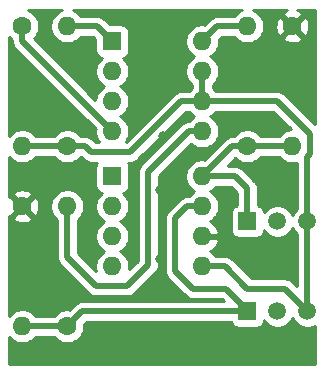
<source format=gbr>
%TF.GenerationSoftware,KiCad,Pcbnew,(5.1.6)-1*%
%TF.CreationDate,2021-12-03T10:29:43-08:00*%
%TF.ProjectId,Speeduino Dual Opto Board,53706565-6475-4696-9e6f-204475616c20,rev?*%
%TF.SameCoordinates,Original*%
%TF.FileFunction,Copper,L1,Top*%
%TF.FilePolarity,Positive*%
%FSLAX46Y46*%
G04 Gerber Fmt 4.6, Leading zero omitted, Abs format (unit mm)*
G04 Created by KiCad (PCBNEW (5.1.6)-1) date 2021-12-03 10:29:43*
%MOMM*%
%LPD*%
G01*
G04 APERTURE LIST*
%TA.AperFunction,ComponentPad*%
%ADD10O,1.600000X1.600000*%
%TD*%
%TA.AperFunction,ComponentPad*%
%ADD11R,1.600000X1.600000*%
%TD*%
%TA.AperFunction,ComponentPad*%
%ADD12C,1.600000*%
%TD*%
%TA.AperFunction,ComponentPad*%
%ADD13R,1.500000X1.500000*%
%TD*%
%TA.AperFunction,ComponentPad*%
%ADD14C,1.500000*%
%TD*%
%TA.AperFunction,ViaPad*%
%ADD15C,0.800000*%
%TD*%
%TA.AperFunction,Conductor*%
%ADD16C,0.508000*%
%TD*%
%TA.AperFunction,Conductor*%
%ADD17C,0.254000*%
%TD*%
G04 APERTURE END LIST*
D10*
%TO.P,U1,8*%
%TO.N,Net-(Q1-Pad2)*%
X162560000Y-68580000D03*
%TO.P,U1,4*%
%TO.N,Net-(R2-Pad1)*%
X154940000Y-76200000D03*
%TO.P,U1,7*%
%TO.N,+5V*%
X162560000Y-71120000D03*
%TO.P,U1,3*%
%TO.N,CMP*%
X154940000Y-73660000D03*
%TO.P,U1,6*%
%TO.N,+5V*%
X162560000Y-73660000D03*
%TO.P,U1,2*%
%TO.N,CKP*%
X154940000Y-71120000D03*
%TO.P,U1,5*%
%TO.N,Net-(Q2-Pad2)*%
X162560000Y-76200000D03*
D11*
%TO.P,U1,1*%
%TO.N,Net-(R1-Pad2)*%
X154940000Y-68580000D03*
%TD*%
D10*
%TO.P,R6,2*%
%TO.N,CMP-CPU*%
X147320000Y-92710000D03*
D12*
%TO.P,R6,1*%
%TO.N,GND*%
X147320000Y-82550000D03*
%TD*%
D10*
%TO.P,R5,2*%
%TO.N,CKP-CPU*%
X170180000Y-77470000D03*
D12*
%TO.P,R5,1*%
%TO.N,GND*%
X170180000Y-67310000D03*
%TD*%
D10*
%TO.P,R4,2*%
%TO.N,Net-(Q2-Pad2)*%
X151130000Y-82550000D03*
D12*
%TO.P,R4,1*%
%TO.N,CMP-CPU*%
X151130000Y-92710000D03*
%TD*%
D10*
%TO.P,R3,2*%
%TO.N,Net-(Q1-Pad2)*%
X166370000Y-67310000D03*
D12*
%TO.P,R3,1*%
%TO.N,CKP-CPU*%
X166370000Y-77470000D03*
%TD*%
D10*
%TO.P,R2,2*%
%TO.N,+5V*%
X147320000Y-77470000D03*
D12*
%TO.P,R2,1*%
%TO.N,Net-(R2-Pad1)*%
X147320000Y-67310000D03*
%TD*%
D10*
%TO.P,R1,2*%
%TO.N,Net-(R1-Pad2)*%
X151130000Y-67310000D03*
D12*
%TO.P,R1,1*%
%TO.N,+5V*%
X151130000Y-77470000D03*
%TD*%
D13*
%TO.P,Q2,1*%
%TO.N,CMP-CPU*%
X166370000Y-91440000D03*
D14*
%TO.P,Q2,3*%
%TO.N,+5V*%
X171450000Y-91440000D03*
%TO.P,Q2,2*%
%TO.N,Net-(Q2-Pad2)*%
X168910000Y-91440000D03*
%TD*%
D13*
%TO.P,Q1,1*%
%TO.N,CKP-CPU*%
X166370000Y-83820000D03*
D14*
%TO.P,Q1,3*%
%TO.N,+5V*%
X171450000Y-83820000D03*
%TO.P,Q1,2*%
%TO.N,Net-(Q1-Pad2)*%
X168910000Y-83820000D03*
%TD*%
D10*
%TO.P,J1,8*%
%TO.N,CKP-CPU*%
X162560000Y-80010000D03*
%TO.P,J1,4*%
%TO.N,CMP*%
X154940000Y-87630000D03*
%TO.P,J1,7*%
%TO.N,CMP-CPU*%
X162560000Y-82550000D03*
%TO.P,J1,3*%
%TO.N,Net-(J1-Pad3)*%
X154940000Y-85090000D03*
%TO.P,J1,6*%
%TO.N,GND*%
X162560000Y-85090000D03*
%TO.P,J1,2*%
%TO.N,Net-(J1-Pad2)*%
X154940000Y-82550000D03*
%TO.P,J1,5*%
%TO.N,+5V*%
X162560000Y-87630000D03*
D11*
%TO.P,J1,1*%
%TO.N,CKP*%
X154940000Y-80010000D03*
%TD*%
D15*
%TO.N,GND*%
X163068000Y-66548000D03*
X154432000Y-66548000D03*
X157226000Y-71374000D03*
X160274000Y-71374000D03*
X151130000Y-70104000D03*
X147320000Y-70358000D03*
X147320000Y-74676000D03*
X150876000Y-74676000D03*
X151130000Y-79756000D03*
X147574000Y-79756000D03*
X149352000Y-84582000D03*
X147066000Y-86868000D03*
X159258000Y-76581000D03*
X169672000Y-86360000D03*
X162814000Y-78105000D03*
X153035000Y-82550000D03*
X170561000Y-94742000D03*
X148844000Y-94869000D03*
X159512000Y-95123000D03*
X159004000Y-86995000D03*
X159004000Y-81153000D03*
X166370000Y-72136000D03*
X156464000Y-83820000D03*
X166878000Y-79248000D03*
X163830000Y-81280000D03*
X163830000Y-83693000D03*
X166878000Y-88392000D03*
X170307000Y-80137000D03*
%TD*%
D16*
%TO.N,CKP-CPU*%
X170180000Y-77470000D02*
X166370000Y-77470000D01*
X165100000Y-77470000D02*
X162560000Y-80010000D01*
X166370000Y-77470000D02*
X165100000Y-77470000D01*
X162560000Y-80010000D02*
X165354000Y-80010000D01*
X166370000Y-81026000D02*
X166370000Y-83820000D01*
X165354000Y-80010000D02*
X166370000Y-81026000D01*
%TO.N,CMP-CPU*%
X166116000Y-91186000D02*
X166370000Y-91440000D01*
X147320000Y-92710000D02*
X151130000Y-92710000D01*
X151130000Y-92710000D02*
X152400000Y-91440000D01*
X152400000Y-91440000D02*
X166370000Y-91440000D01*
X166370000Y-91440000D02*
X166370000Y-91313000D01*
X166370000Y-91313000D02*
X164592000Y-89535000D01*
X164592000Y-89535000D02*
X161798000Y-89535000D01*
X161798000Y-89535000D02*
X160274000Y-88011000D01*
X160274000Y-88011000D02*
X160274000Y-83566000D01*
X161290000Y-82550000D02*
X162560000Y-82550000D01*
X160274000Y-83566000D02*
X161290000Y-82550000D01*
%TO.N,+5V*%
X147320000Y-77470000D02*
X151130000Y-77470000D01*
X151130000Y-77470000D02*
X152654000Y-77470000D01*
X152654000Y-77470000D02*
X153162000Y-77978000D01*
X153162000Y-77978000D02*
X156464000Y-77978000D01*
X160782000Y-73660000D02*
X162560000Y-73660000D01*
X156464000Y-77978000D02*
X160782000Y-73660000D01*
X162560000Y-73660000D02*
X162560000Y-71120000D01*
X171450000Y-83820000D02*
X171450000Y-91440000D01*
X162560000Y-87630000D02*
X164465000Y-87630000D01*
X164465000Y-87630000D02*
X166370000Y-89535000D01*
X169545000Y-89535000D02*
X171450000Y-91440000D01*
X166370000Y-89535000D02*
X169545000Y-89535000D01*
X171704000Y-76454000D02*
X168910000Y-73660000D01*
X171704000Y-78105000D02*
X171704000Y-76454000D01*
X171450000Y-83820000D02*
X171450000Y-78359000D01*
X168910000Y-73660000D02*
X162560000Y-73660000D01*
X171450000Y-78359000D02*
X171704000Y-78105000D01*
%TO.N,Net-(Q1-Pad2)*%
X163830000Y-67310000D02*
X162560000Y-68580000D01*
X166370000Y-67310000D02*
X163830000Y-67310000D01*
%TO.N,Net-(Q2-Pad2)*%
X162428798Y-76331202D02*
X162560000Y-76200000D01*
X151130000Y-82550000D02*
X151130000Y-86868000D01*
X151130000Y-86868000D02*
X153543000Y-89281000D01*
X153543000Y-89281000D02*
X156210000Y-89281000D01*
X156210000Y-89281000D02*
X157988000Y-87503000D01*
X157988000Y-87503000D02*
X157988000Y-79629000D01*
X161417000Y-76200000D02*
X162560000Y-76200000D01*
X157988000Y-79629000D02*
X161417000Y-76200000D01*
%TO.N,Net-(R1-Pad2)*%
X153670000Y-67310000D02*
X154940000Y-68580000D01*
X151130000Y-67310000D02*
X153670000Y-67310000D01*
%TO.N,Net-(R2-Pad1)*%
X147320000Y-68580000D02*
X154940000Y-76200000D01*
X147320000Y-67310000D02*
X147320000Y-68580000D01*
%TD*%
D17*
%TO.N,GND*%
G36*
X170222629Y-92096043D02*
G01*
X170374201Y-92322886D01*
X170567114Y-92515799D01*
X170793957Y-92667371D01*
X171046011Y-92771775D01*
X171313589Y-92825000D01*
X171586411Y-92825000D01*
X171853989Y-92771775D01*
X172060001Y-92686442D01*
X172060001Y-94963572D01*
X172060000Y-94963582D01*
X172060001Y-95860000D01*
X146202000Y-95860000D01*
X146202000Y-93619726D01*
X146205363Y-93624759D01*
X146405241Y-93824637D01*
X146640273Y-93981680D01*
X146901426Y-94089853D01*
X147178665Y-94145000D01*
X147461335Y-94145000D01*
X147738574Y-94089853D01*
X147999727Y-93981680D01*
X148234759Y-93824637D01*
X148434637Y-93624759D01*
X148451849Y-93599000D01*
X149998151Y-93599000D01*
X150015363Y-93624759D01*
X150215241Y-93824637D01*
X150450273Y-93981680D01*
X150711426Y-94089853D01*
X150988665Y-94145000D01*
X151271335Y-94145000D01*
X151548574Y-94089853D01*
X151809727Y-93981680D01*
X152044759Y-93824637D01*
X152244637Y-93624759D01*
X152401680Y-93389727D01*
X152509853Y-93128574D01*
X152565000Y-92851335D01*
X152565000Y-92568665D01*
X152558956Y-92538280D01*
X152768236Y-92329000D01*
X164998592Y-92329000D01*
X165030498Y-92434180D01*
X165089463Y-92544494D01*
X165168815Y-92641185D01*
X165265506Y-92720537D01*
X165375820Y-92779502D01*
X165495518Y-92815812D01*
X165620000Y-92828072D01*
X167120000Y-92828072D01*
X167244482Y-92815812D01*
X167364180Y-92779502D01*
X167474494Y-92720537D01*
X167571185Y-92641185D01*
X167650537Y-92544494D01*
X167709502Y-92434180D01*
X167745812Y-92314482D01*
X167756445Y-92206517D01*
X167834201Y-92322886D01*
X168027114Y-92515799D01*
X168253957Y-92667371D01*
X168506011Y-92771775D01*
X168773589Y-92825000D01*
X169046411Y-92825000D01*
X169313989Y-92771775D01*
X169566043Y-92667371D01*
X169792886Y-92515799D01*
X169985799Y-92322886D01*
X170137371Y-92096043D01*
X170180000Y-91993127D01*
X170222629Y-92096043D01*
G37*
X170222629Y-92096043D02*
X170374201Y-92322886D01*
X170567114Y-92515799D01*
X170793957Y-92667371D01*
X171046011Y-92771775D01*
X171313589Y-92825000D01*
X171586411Y-92825000D01*
X171853989Y-92771775D01*
X172060001Y-92686442D01*
X172060001Y-94963572D01*
X172060000Y-94963582D01*
X172060001Y-95860000D01*
X146202000Y-95860000D01*
X146202000Y-93619726D01*
X146205363Y-93624759D01*
X146405241Y-93824637D01*
X146640273Y-93981680D01*
X146901426Y-94089853D01*
X147178665Y-94145000D01*
X147461335Y-94145000D01*
X147738574Y-94089853D01*
X147999727Y-93981680D01*
X148234759Y-93824637D01*
X148434637Y-93624759D01*
X148451849Y-93599000D01*
X149998151Y-93599000D01*
X150015363Y-93624759D01*
X150215241Y-93824637D01*
X150450273Y-93981680D01*
X150711426Y-94089853D01*
X150988665Y-94145000D01*
X151271335Y-94145000D01*
X151548574Y-94089853D01*
X151809727Y-93981680D01*
X152044759Y-93824637D01*
X152244637Y-93624759D01*
X152401680Y-93389727D01*
X152509853Y-93128574D01*
X152565000Y-92851335D01*
X152565000Y-92568665D01*
X152558956Y-92538280D01*
X152768236Y-92329000D01*
X164998592Y-92329000D01*
X165030498Y-92434180D01*
X165089463Y-92544494D01*
X165168815Y-92641185D01*
X165265506Y-92720537D01*
X165375820Y-92779502D01*
X165495518Y-92815812D01*
X165620000Y-92828072D01*
X167120000Y-92828072D01*
X167244482Y-92815812D01*
X167364180Y-92779502D01*
X167474494Y-92720537D01*
X167571185Y-92641185D01*
X167650537Y-92544494D01*
X167709502Y-92434180D01*
X167745812Y-92314482D01*
X167756445Y-92206517D01*
X167834201Y-92322886D01*
X168027114Y-92515799D01*
X168253957Y-92667371D01*
X168506011Y-92771775D01*
X168773589Y-92825000D01*
X169046411Y-92825000D01*
X169313989Y-92771775D01*
X169566043Y-92667371D01*
X169792886Y-92515799D01*
X169985799Y-92322886D01*
X170137371Y-92096043D01*
X170180000Y-91993127D01*
X170222629Y-92096043D01*
G36*
X170029573Y-76036809D02*
G01*
X169761426Y-76090147D01*
X169500273Y-76198320D01*
X169265241Y-76355363D01*
X169065363Y-76555241D01*
X169048151Y-76581000D01*
X167501849Y-76581000D01*
X167484637Y-76555241D01*
X167284759Y-76355363D01*
X167049727Y-76198320D01*
X166788574Y-76090147D01*
X166511335Y-76035000D01*
X166228665Y-76035000D01*
X165951426Y-76090147D01*
X165690273Y-76198320D01*
X165455241Y-76355363D01*
X165255363Y-76555241D01*
X165238151Y-76581000D01*
X165143659Y-76581000D01*
X165099999Y-76576700D01*
X165056339Y-76581000D01*
X165056333Y-76581000D01*
X164958924Y-76590594D01*
X164925724Y-76593864D01*
X164824058Y-76624704D01*
X164758149Y-76644697D01*
X164603709Y-76727247D01*
X164468341Y-76838341D01*
X164440506Y-76872258D01*
X162731721Y-78581044D01*
X162701335Y-78575000D01*
X162418665Y-78575000D01*
X162141426Y-78630147D01*
X161880273Y-78738320D01*
X161645241Y-78895363D01*
X161445363Y-79095241D01*
X161288320Y-79330273D01*
X161180147Y-79591426D01*
X161125000Y-79868665D01*
X161125000Y-80151335D01*
X161180147Y-80428574D01*
X161288320Y-80689727D01*
X161445363Y-80924759D01*
X161645241Y-81124637D01*
X161877759Y-81280000D01*
X161645241Y-81435363D01*
X161445363Y-81635241D01*
X161428151Y-81661000D01*
X161333660Y-81661000D01*
X161290000Y-81656700D01*
X161246340Y-81661000D01*
X161246333Y-81661000D01*
X161132325Y-81672229D01*
X161115725Y-81673864D01*
X161077383Y-81685495D01*
X160948149Y-81724697D01*
X160793709Y-81807247D01*
X160658341Y-81918341D01*
X160630505Y-81952259D01*
X159676259Y-82906506D01*
X159642342Y-82934341D01*
X159614507Y-82968258D01*
X159614505Y-82968260D01*
X159531248Y-83069709D01*
X159448698Y-83224148D01*
X159397864Y-83391726D01*
X159380700Y-83566000D01*
X159385001Y-83609670D01*
X159385000Y-87967340D01*
X159380700Y-88011000D01*
X159385000Y-88054660D01*
X159385000Y-88054666D01*
X159397864Y-88185273D01*
X159448697Y-88352850D01*
X159531247Y-88507290D01*
X159642341Y-88642659D01*
X159676264Y-88670499D01*
X161138504Y-90132740D01*
X161166341Y-90166659D01*
X161301709Y-90277753D01*
X161456149Y-90360303D01*
X161522058Y-90380296D01*
X161623724Y-90411136D01*
X161656924Y-90414406D01*
X161754333Y-90424000D01*
X161754339Y-90424000D01*
X161797999Y-90428300D01*
X161841659Y-90424000D01*
X164223765Y-90424000D01*
X164350765Y-90551000D01*
X152443659Y-90551000D01*
X152399999Y-90546700D01*
X152356339Y-90551000D01*
X152356333Y-90551000D01*
X152258924Y-90560594D01*
X152225724Y-90563864D01*
X152124058Y-90594704D01*
X152058149Y-90614697D01*
X151903709Y-90697247D01*
X151768341Y-90808341D01*
X151740506Y-90842259D01*
X151301720Y-91281044D01*
X151271335Y-91275000D01*
X150988665Y-91275000D01*
X150711426Y-91330147D01*
X150450273Y-91438320D01*
X150215241Y-91595363D01*
X150015363Y-91795241D01*
X149998151Y-91821000D01*
X148451849Y-91821000D01*
X148434637Y-91795241D01*
X148234759Y-91595363D01*
X147999727Y-91438320D01*
X147738574Y-91330147D01*
X147461335Y-91275000D01*
X147178665Y-91275000D01*
X146901426Y-91330147D01*
X146640273Y-91438320D01*
X146405241Y-91595363D01*
X146205363Y-91795241D01*
X146202000Y-91800274D01*
X146202000Y-83542702D01*
X146506903Y-83542702D01*
X146578486Y-83786671D01*
X146833996Y-83907571D01*
X147108184Y-83976300D01*
X147390512Y-83990217D01*
X147670130Y-83948787D01*
X147936292Y-83853603D01*
X148061514Y-83786671D01*
X148133097Y-83542702D01*
X147320000Y-82729605D01*
X146506903Y-83542702D01*
X146202000Y-83542702D01*
X146202000Y-83326333D01*
X146327298Y-83363097D01*
X147140395Y-82550000D01*
X147499605Y-82550000D01*
X148312702Y-83363097D01*
X148556671Y-83291514D01*
X148677571Y-83036004D01*
X148746300Y-82761816D01*
X148760217Y-82479488D01*
X148718787Y-82199870D01*
X148623603Y-81933708D01*
X148556671Y-81808486D01*
X148312702Y-81736903D01*
X147499605Y-82550000D01*
X147140395Y-82550000D01*
X146327298Y-81736903D01*
X146202000Y-81773667D01*
X146202000Y-81557298D01*
X146506903Y-81557298D01*
X147320000Y-82370395D01*
X148133097Y-81557298D01*
X148061514Y-81313329D01*
X147806004Y-81192429D01*
X147531816Y-81123700D01*
X147249488Y-81109783D01*
X146969870Y-81151213D01*
X146703708Y-81246397D01*
X146578486Y-81313329D01*
X146506903Y-81557298D01*
X146202000Y-81557298D01*
X146202000Y-78379726D01*
X146205363Y-78384759D01*
X146405241Y-78584637D01*
X146640273Y-78741680D01*
X146901426Y-78849853D01*
X147178665Y-78905000D01*
X147461335Y-78905000D01*
X147738574Y-78849853D01*
X147999727Y-78741680D01*
X148234759Y-78584637D01*
X148434637Y-78384759D01*
X148451849Y-78359000D01*
X149998151Y-78359000D01*
X150015363Y-78384759D01*
X150215241Y-78584637D01*
X150450273Y-78741680D01*
X150711426Y-78849853D01*
X150988665Y-78905000D01*
X151271335Y-78905000D01*
X151548574Y-78849853D01*
X151809727Y-78741680D01*
X152044759Y-78584637D01*
X152244637Y-78384759D01*
X152261849Y-78359000D01*
X152285765Y-78359000D01*
X152502501Y-78575736D01*
X152530341Y-78609659D01*
X152665709Y-78720753D01*
X152820149Y-78803303D01*
X152886058Y-78823296D01*
X152987724Y-78854136D01*
X153020924Y-78857406D01*
X153118333Y-78867000D01*
X153118339Y-78867000D01*
X153161999Y-78871300D01*
X153205659Y-78867000D01*
X153603319Y-78867000D01*
X153550498Y-78965820D01*
X153514188Y-79085518D01*
X153501928Y-79210000D01*
X153501928Y-80810000D01*
X153514188Y-80934482D01*
X153550498Y-81054180D01*
X153609463Y-81164494D01*
X153688815Y-81261185D01*
X153785506Y-81340537D01*
X153895820Y-81399502D01*
X154015518Y-81435812D01*
X154023961Y-81436643D01*
X153825363Y-81635241D01*
X153668320Y-81870273D01*
X153560147Y-82131426D01*
X153505000Y-82408665D01*
X153505000Y-82691335D01*
X153560147Y-82968574D01*
X153668320Y-83229727D01*
X153825363Y-83464759D01*
X154025241Y-83664637D01*
X154257759Y-83820000D01*
X154025241Y-83975363D01*
X153825363Y-84175241D01*
X153668320Y-84410273D01*
X153560147Y-84671426D01*
X153505000Y-84948665D01*
X153505000Y-85231335D01*
X153560147Y-85508574D01*
X153668320Y-85769727D01*
X153825363Y-86004759D01*
X154025241Y-86204637D01*
X154257759Y-86360000D01*
X154025241Y-86515363D01*
X153825363Y-86715241D01*
X153668320Y-86950273D01*
X153560147Y-87211426D01*
X153505000Y-87488665D01*
X153505000Y-87771335D01*
X153558244Y-88039009D01*
X152019000Y-86499765D01*
X152019000Y-83681849D01*
X152044759Y-83664637D01*
X152244637Y-83464759D01*
X152401680Y-83229727D01*
X152509853Y-82968574D01*
X152565000Y-82691335D01*
X152565000Y-82408665D01*
X152509853Y-82131426D01*
X152401680Y-81870273D01*
X152244637Y-81635241D01*
X152044759Y-81435363D01*
X151809727Y-81278320D01*
X151548574Y-81170147D01*
X151271335Y-81115000D01*
X150988665Y-81115000D01*
X150711426Y-81170147D01*
X150450273Y-81278320D01*
X150215241Y-81435363D01*
X150015363Y-81635241D01*
X149858320Y-81870273D01*
X149750147Y-82131426D01*
X149695000Y-82408665D01*
X149695000Y-82691335D01*
X149750147Y-82968574D01*
X149858320Y-83229727D01*
X150015363Y-83464759D01*
X150215241Y-83664637D01*
X150241000Y-83681849D01*
X150241001Y-86824330D01*
X150236700Y-86868000D01*
X150253864Y-87042274D01*
X150304698Y-87209852D01*
X150380414Y-87351505D01*
X150387248Y-87364291D01*
X150498342Y-87499659D01*
X150532259Y-87527494D01*
X152883501Y-89878736D01*
X152911341Y-89912659D01*
X153046709Y-90023753D01*
X153201149Y-90106303D01*
X153267058Y-90126296D01*
X153368724Y-90157136D01*
X153401924Y-90160406D01*
X153499333Y-90170000D01*
X153499339Y-90170000D01*
X153542999Y-90174300D01*
X153586659Y-90170000D01*
X156166340Y-90170000D01*
X156210000Y-90174300D01*
X156253660Y-90170000D01*
X156253667Y-90170000D01*
X156384274Y-90157136D01*
X156551851Y-90106303D01*
X156706291Y-90023753D01*
X156841659Y-89912659D01*
X156869499Y-89878736D01*
X158585743Y-88162493D01*
X158619659Y-88134659D01*
X158730753Y-87999291D01*
X158813303Y-87844851D01*
X158864136Y-87677274D01*
X158877000Y-87546667D01*
X158877000Y-87546660D01*
X158881300Y-87503000D01*
X158877000Y-87459340D01*
X158877000Y-79997235D01*
X161602420Y-77271816D01*
X161645241Y-77314637D01*
X161880273Y-77471680D01*
X162141426Y-77579853D01*
X162418665Y-77635000D01*
X162701335Y-77635000D01*
X162978574Y-77579853D01*
X163239727Y-77471680D01*
X163474759Y-77314637D01*
X163674637Y-77114759D01*
X163831680Y-76879727D01*
X163939853Y-76618574D01*
X163995000Y-76341335D01*
X163995000Y-76058665D01*
X163939853Y-75781426D01*
X163831680Y-75520273D01*
X163674637Y-75285241D01*
X163474759Y-75085363D01*
X163242241Y-74930000D01*
X163474759Y-74774637D01*
X163674637Y-74574759D01*
X163691849Y-74549000D01*
X168541765Y-74549000D01*
X170029573Y-76036809D01*
G37*
X170029573Y-76036809D02*
X169761426Y-76090147D01*
X169500273Y-76198320D01*
X169265241Y-76355363D01*
X169065363Y-76555241D01*
X169048151Y-76581000D01*
X167501849Y-76581000D01*
X167484637Y-76555241D01*
X167284759Y-76355363D01*
X167049727Y-76198320D01*
X166788574Y-76090147D01*
X166511335Y-76035000D01*
X166228665Y-76035000D01*
X165951426Y-76090147D01*
X165690273Y-76198320D01*
X165455241Y-76355363D01*
X165255363Y-76555241D01*
X165238151Y-76581000D01*
X165143659Y-76581000D01*
X165099999Y-76576700D01*
X165056339Y-76581000D01*
X165056333Y-76581000D01*
X164958924Y-76590594D01*
X164925724Y-76593864D01*
X164824058Y-76624704D01*
X164758149Y-76644697D01*
X164603709Y-76727247D01*
X164468341Y-76838341D01*
X164440506Y-76872258D01*
X162731721Y-78581044D01*
X162701335Y-78575000D01*
X162418665Y-78575000D01*
X162141426Y-78630147D01*
X161880273Y-78738320D01*
X161645241Y-78895363D01*
X161445363Y-79095241D01*
X161288320Y-79330273D01*
X161180147Y-79591426D01*
X161125000Y-79868665D01*
X161125000Y-80151335D01*
X161180147Y-80428574D01*
X161288320Y-80689727D01*
X161445363Y-80924759D01*
X161645241Y-81124637D01*
X161877759Y-81280000D01*
X161645241Y-81435363D01*
X161445363Y-81635241D01*
X161428151Y-81661000D01*
X161333660Y-81661000D01*
X161290000Y-81656700D01*
X161246340Y-81661000D01*
X161246333Y-81661000D01*
X161132325Y-81672229D01*
X161115725Y-81673864D01*
X161077383Y-81685495D01*
X160948149Y-81724697D01*
X160793709Y-81807247D01*
X160658341Y-81918341D01*
X160630505Y-81952259D01*
X159676259Y-82906506D01*
X159642342Y-82934341D01*
X159614507Y-82968258D01*
X159614505Y-82968260D01*
X159531248Y-83069709D01*
X159448698Y-83224148D01*
X159397864Y-83391726D01*
X159380700Y-83566000D01*
X159385001Y-83609670D01*
X159385000Y-87967340D01*
X159380700Y-88011000D01*
X159385000Y-88054660D01*
X159385000Y-88054666D01*
X159397864Y-88185273D01*
X159448697Y-88352850D01*
X159531247Y-88507290D01*
X159642341Y-88642659D01*
X159676264Y-88670499D01*
X161138504Y-90132740D01*
X161166341Y-90166659D01*
X161301709Y-90277753D01*
X161456149Y-90360303D01*
X161522058Y-90380296D01*
X161623724Y-90411136D01*
X161656924Y-90414406D01*
X161754333Y-90424000D01*
X161754339Y-90424000D01*
X161797999Y-90428300D01*
X161841659Y-90424000D01*
X164223765Y-90424000D01*
X164350765Y-90551000D01*
X152443659Y-90551000D01*
X152399999Y-90546700D01*
X152356339Y-90551000D01*
X152356333Y-90551000D01*
X152258924Y-90560594D01*
X152225724Y-90563864D01*
X152124058Y-90594704D01*
X152058149Y-90614697D01*
X151903709Y-90697247D01*
X151768341Y-90808341D01*
X151740506Y-90842259D01*
X151301720Y-91281044D01*
X151271335Y-91275000D01*
X150988665Y-91275000D01*
X150711426Y-91330147D01*
X150450273Y-91438320D01*
X150215241Y-91595363D01*
X150015363Y-91795241D01*
X149998151Y-91821000D01*
X148451849Y-91821000D01*
X148434637Y-91795241D01*
X148234759Y-91595363D01*
X147999727Y-91438320D01*
X147738574Y-91330147D01*
X147461335Y-91275000D01*
X147178665Y-91275000D01*
X146901426Y-91330147D01*
X146640273Y-91438320D01*
X146405241Y-91595363D01*
X146205363Y-91795241D01*
X146202000Y-91800274D01*
X146202000Y-83542702D01*
X146506903Y-83542702D01*
X146578486Y-83786671D01*
X146833996Y-83907571D01*
X147108184Y-83976300D01*
X147390512Y-83990217D01*
X147670130Y-83948787D01*
X147936292Y-83853603D01*
X148061514Y-83786671D01*
X148133097Y-83542702D01*
X147320000Y-82729605D01*
X146506903Y-83542702D01*
X146202000Y-83542702D01*
X146202000Y-83326333D01*
X146327298Y-83363097D01*
X147140395Y-82550000D01*
X147499605Y-82550000D01*
X148312702Y-83363097D01*
X148556671Y-83291514D01*
X148677571Y-83036004D01*
X148746300Y-82761816D01*
X148760217Y-82479488D01*
X148718787Y-82199870D01*
X148623603Y-81933708D01*
X148556671Y-81808486D01*
X148312702Y-81736903D01*
X147499605Y-82550000D01*
X147140395Y-82550000D01*
X146327298Y-81736903D01*
X146202000Y-81773667D01*
X146202000Y-81557298D01*
X146506903Y-81557298D01*
X147320000Y-82370395D01*
X148133097Y-81557298D01*
X148061514Y-81313329D01*
X147806004Y-81192429D01*
X147531816Y-81123700D01*
X147249488Y-81109783D01*
X146969870Y-81151213D01*
X146703708Y-81246397D01*
X146578486Y-81313329D01*
X146506903Y-81557298D01*
X146202000Y-81557298D01*
X146202000Y-78379726D01*
X146205363Y-78384759D01*
X146405241Y-78584637D01*
X146640273Y-78741680D01*
X146901426Y-78849853D01*
X147178665Y-78905000D01*
X147461335Y-78905000D01*
X147738574Y-78849853D01*
X147999727Y-78741680D01*
X148234759Y-78584637D01*
X148434637Y-78384759D01*
X148451849Y-78359000D01*
X149998151Y-78359000D01*
X150015363Y-78384759D01*
X150215241Y-78584637D01*
X150450273Y-78741680D01*
X150711426Y-78849853D01*
X150988665Y-78905000D01*
X151271335Y-78905000D01*
X151548574Y-78849853D01*
X151809727Y-78741680D01*
X152044759Y-78584637D01*
X152244637Y-78384759D01*
X152261849Y-78359000D01*
X152285765Y-78359000D01*
X152502501Y-78575736D01*
X152530341Y-78609659D01*
X152665709Y-78720753D01*
X152820149Y-78803303D01*
X152886058Y-78823296D01*
X152987724Y-78854136D01*
X153020924Y-78857406D01*
X153118333Y-78867000D01*
X153118339Y-78867000D01*
X153161999Y-78871300D01*
X153205659Y-78867000D01*
X153603319Y-78867000D01*
X153550498Y-78965820D01*
X153514188Y-79085518D01*
X153501928Y-79210000D01*
X153501928Y-80810000D01*
X153514188Y-80934482D01*
X153550498Y-81054180D01*
X153609463Y-81164494D01*
X153688815Y-81261185D01*
X153785506Y-81340537D01*
X153895820Y-81399502D01*
X154015518Y-81435812D01*
X154023961Y-81436643D01*
X153825363Y-81635241D01*
X153668320Y-81870273D01*
X153560147Y-82131426D01*
X153505000Y-82408665D01*
X153505000Y-82691335D01*
X153560147Y-82968574D01*
X153668320Y-83229727D01*
X153825363Y-83464759D01*
X154025241Y-83664637D01*
X154257759Y-83820000D01*
X154025241Y-83975363D01*
X153825363Y-84175241D01*
X153668320Y-84410273D01*
X153560147Y-84671426D01*
X153505000Y-84948665D01*
X153505000Y-85231335D01*
X153560147Y-85508574D01*
X153668320Y-85769727D01*
X153825363Y-86004759D01*
X154025241Y-86204637D01*
X154257759Y-86360000D01*
X154025241Y-86515363D01*
X153825363Y-86715241D01*
X153668320Y-86950273D01*
X153560147Y-87211426D01*
X153505000Y-87488665D01*
X153505000Y-87771335D01*
X153558244Y-88039009D01*
X152019000Y-86499765D01*
X152019000Y-83681849D01*
X152044759Y-83664637D01*
X152244637Y-83464759D01*
X152401680Y-83229727D01*
X152509853Y-82968574D01*
X152565000Y-82691335D01*
X152565000Y-82408665D01*
X152509853Y-82131426D01*
X152401680Y-81870273D01*
X152244637Y-81635241D01*
X152044759Y-81435363D01*
X151809727Y-81278320D01*
X151548574Y-81170147D01*
X151271335Y-81115000D01*
X150988665Y-81115000D01*
X150711426Y-81170147D01*
X150450273Y-81278320D01*
X150215241Y-81435363D01*
X150015363Y-81635241D01*
X149858320Y-81870273D01*
X149750147Y-82131426D01*
X149695000Y-82408665D01*
X149695000Y-82691335D01*
X149750147Y-82968574D01*
X149858320Y-83229727D01*
X150015363Y-83464759D01*
X150215241Y-83664637D01*
X150241000Y-83681849D01*
X150241001Y-86824330D01*
X150236700Y-86868000D01*
X150253864Y-87042274D01*
X150304698Y-87209852D01*
X150380414Y-87351505D01*
X150387248Y-87364291D01*
X150498342Y-87499659D01*
X150532259Y-87527494D01*
X152883501Y-89878736D01*
X152911341Y-89912659D01*
X153046709Y-90023753D01*
X153201149Y-90106303D01*
X153267058Y-90126296D01*
X153368724Y-90157136D01*
X153401924Y-90160406D01*
X153499333Y-90170000D01*
X153499339Y-90170000D01*
X153542999Y-90174300D01*
X153586659Y-90170000D01*
X156166340Y-90170000D01*
X156210000Y-90174300D01*
X156253660Y-90170000D01*
X156253667Y-90170000D01*
X156384274Y-90157136D01*
X156551851Y-90106303D01*
X156706291Y-90023753D01*
X156841659Y-89912659D01*
X156869499Y-89878736D01*
X158585743Y-88162493D01*
X158619659Y-88134659D01*
X158730753Y-87999291D01*
X158813303Y-87844851D01*
X158864136Y-87677274D01*
X158877000Y-87546667D01*
X158877000Y-87546660D01*
X158881300Y-87503000D01*
X158877000Y-87459340D01*
X158877000Y-79997235D01*
X161602420Y-77271816D01*
X161645241Y-77314637D01*
X161880273Y-77471680D01*
X162141426Y-77579853D01*
X162418665Y-77635000D01*
X162701335Y-77635000D01*
X162978574Y-77579853D01*
X163239727Y-77471680D01*
X163474759Y-77314637D01*
X163674637Y-77114759D01*
X163831680Y-76879727D01*
X163939853Y-76618574D01*
X163995000Y-76341335D01*
X163995000Y-76058665D01*
X163939853Y-75781426D01*
X163831680Y-75520273D01*
X163674637Y-75285241D01*
X163474759Y-75085363D01*
X163242241Y-74930000D01*
X163474759Y-74774637D01*
X163674637Y-74574759D01*
X163691849Y-74549000D01*
X168541765Y-74549000D01*
X170029573Y-76036809D01*
G36*
X165481000Y-81394236D02*
G01*
X165481001Y-82448592D01*
X165375820Y-82480498D01*
X165265506Y-82539463D01*
X165168815Y-82618815D01*
X165089463Y-82715506D01*
X165030498Y-82825820D01*
X164994188Y-82945518D01*
X164981928Y-83070000D01*
X164981928Y-84570000D01*
X164994188Y-84694482D01*
X165030498Y-84814180D01*
X165089463Y-84924494D01*
X165168815Y-85021185D01*
X165265506Y-85100537D01*
X165375820Y-85159502D01*
X165495518Y-85195812D01*
X165620000Y-85208072D01*
X167120000Y-85208072D01*
X167244482Y-85195812D01*
X167364180Y-85159502D01*
X167474494Y-85100537D01*
X167571185Y-85021185D01*
X167650537Y-84924494D01*
X167709502Y-84814180D01*
X167745812Y-84694482D01*
X167756445Y-84586517D01*
X167834201Y-84702886D01*
X168027114Y-84895799D01*
X168253957Y-85047371D01*
X168506011Y-85151775D01*
X168773589Y-85205000D01*
X169046411Y-85205000D01*
X169313989Y-85151775D01*
X169566043Y-85047371D01*
X169792886Y-84895799D01*
X169985799Y-84702886D01*
X170137371Y-84476043D01*
X170180000Y-84373127D01*
X170222629Y-84476043D01*
X170374201Y-84702886D01*
X170561000Y-84889685D01*
X170561001Y-89293766D01*
X170204499Y-88937264D01*
X170176659Y-88903341D01*
X170041291Y-88792247D01*
X169886851Y-88709697D01*
X169719274Y-88658864D01*
X169588667Y-88646000D01*
X169588660Y-88646000D01*
X169545000Y-88641700D01*
X169501340Y-88646000D01*
X166738236Y-88646000D01*
X165124499Y-87032264D01*
X165096659Y-86998341D01*
X164961291Y-86887247D01*
X164806851Y-86804697D01*
X164639274Y-86753864D01*
X164508667Y-86741000D01*
X164508660Y-86741000D01*
X164465000Y-86736700D01*
X164421340Y-86741000D01*
X163691849Y-86741000D01*
X163674637Y-86715241D01*
X163474759Y-86515363D01*
X163239727Y-86358320D01*
X163229135Y-86353933D01*
X163415131Y-86242385D01*
X163623519Y-86053414D01*
X163791037Y-85827420D01*
X163911246Y-85573087D01*
X163951904Y-85439039D01*
X163829915Y-85217000D01*
X162687000Y-85217000D01*
X162687000Y-85237000D01*
X162433000Y-85237000D01*
X162433000Y-85217000D01*
X162413000Y-85217000D01*
X162413000Y-84963000D01*
X162433000Y-84963000D01*
X162433000Y-84943000D01*
X162687000Y-84943000D01*
X162687000Y-84963000D01*
X163829915Y-84963000D01*
X163951904Y-84740961D01*
X163911246Y-84606913D01*
X163791037Y-84352580D01*
X163623519Y-84126586D01*
X163415131Y-83937615D01*
X163229135Y-83826067D01*
X163239727Y-83821680D01*
X163474759Y-83664637D01*
X163674637Y-83464759D01*
X163831680Y-83229727D01*
X163939853Y-82968574D01*
X163995000Y-82691335D01*
X163995000Y-82408665D01*
X163939853Y-82131426D01*
X163831680Y-81870273D01*
X163674637Y-81635241D01*
X163474759Y-81435363D01*
X163242241Y-81280000D01*
X163474759Y-81124637D01*
X163674637Y-80924759D01*
X163691849Y-80899000D01*
X164985765Y-80899000D01*
X165481000Y-81394236D01*
G37*
X165481000Y-81394236D02*
X165481001Y-82448592D01*
X165375820Y-82480498D01*
X165265506Y-82539463D01*
X165168815Y-82618815D01*
X165089463Y-82715506D01*
X165030498Y-82825820D01*
X164994188Y-82945518D01*
X164981928Y-83070000D01*
X164981928Y-84570000D01*
X164994188Y-84694482D01*
X165030498Y-84814180D01*
X165089463Y-84924494D01*
X165168815Y-85021185D01*
X165265506Y-85100537D01*
X165375820Y-85159502D01*
X165495518Y-85195812D01*
X165620000Y-85208072D01*
X167120000Y-85208072D01*
X167244482Y-85195812D01*
X167364180Y-85159502D01*
X167474494Y-85100537D01*
X167571185Y-85021185D01*
X167650537Y-84924494D01*
X167709502Y-84814180D01*
X167745812Y-84694482D01*
X167756445Y-84586517D01*
X167834201Y-84702886D01*
X168027114Y-84895799D01*
X168253957Y-85047371D01*
X168506011Y-85151775D01*
X168773589Y-85205000D01*
X169046411Y-85205000D01*
X169313989Y-85151775D01*
X169566043Y-85047371D01*
X169792886Y-84895799D01*
X169985799Y-84702886D01*
X170137371Y-84476043D01*
X170180000Y-84373127D01*
X170222629Y-84476043D01*
X170374201Y-84702886D01*
X170561000Y-84889685D01*
X170561001Y-89293766D01*
X170204499Y-88937264D01*
X170176659Y-88903341D01*
X170041291Y-88792247D01*
X169886851Y-88709697D01*
X169719274Y-88658864D01*
X169588667Y-88646000D01*
X169588660Y-88646000D01*
X169545000Y-88641700D01*
X169501340Y-88646000D01*
X166738236Y-88646000D01*
X165124499Y-87032264D01*
X165096659Y-86998341D01*
X164961291Y-86887247D01*
X164806851Y-86804697D01*
X164639274Y-86753864D01*
X164508667Y-86741000D01*
X164508660Y-86741000D01*
X164465000Y-86736700D01*
X164421340Y-86741000D01*
X163691849Y-86741000D01*
X163674637Y-86715241D01*
X163474759Y-86515363D01*
X163239727Y-86358320D01*
X163229135Y-86353933D01*
X163415131Y-86242385D01*
X163623519Y-86053414D01*
X163791037Y-85827420D01*
X163911246Y-85573087D01*
X163951904Y-85439039D01*
X163829915Y-85217000D01*
X162687000Y-85217000D01*
X162687000Y-85237000D01*
X162433000Y-85237000D01*
X162433000Y-85217000D01*
X162413000Y-85217000D01*
X162413000Y-84963000D01*
X162433000Y-84963000D01*
X162433000Y-84943000D01*
X162687000Y-84943000D01*
X162687000Y-84963000D01*
X163829915Y-84963000D01*
X163951904Y-84740961D01*
X163911246Y-84606913D01*
X163791037Y-84352580D01*
X163623519Y-84126586D01*
X163415131Y-83937615D01*
X163229135Y-83826067D01*
X163239727Y-83821680D01*
X163474759Y-83664637D01*
X163674637Y-83464759D01*
X163831680Y-83229727D01*
X163939853Y-82968574D01*
X163995000Y-82691335D01*
X163995000Y-82408665D01*
X163939853Y-82131426D01*
X163831680Y-81870273D01*
X163674637Y-81635241D01*
X163474759Y-81435363D01*
X163242241Y-81280000D01*
X163474759Y-81124637D01*
X163674637Y-80924759D01*
X163691849Y-80899000D01*
X164985765Y-80899000D01*
X165481000Y-81394236D01*
G36*
X161445363Y-74574759D02*
G01*
X161645241Y-74774637D01*
X161877759Y-74930000D01*
X161645241Y-75085363D01*
X161445363Y-75285241D01*
X161430159Y-75307996D01*
X161416999Y-75306700D01*
X161373339Y-75311000D01*
X161373333Y-75311000D01*
X161275924Y-75320594D01*
X161242724Y-75323864D01*
X161141058Y-75354704D01*
X161075149Y-75374697D01*
X160920709Y-75457247D01*
X160785341Y-75568341D01*
X160757501Y-75602264D01*
X157390259Y-78969506D01*
X157356342Y-78997341D01*
X157328507Y-79031258D01*
X157328505Y-79031260D01*
X157245248Y-79132709D01*
X157162698Y-79287148D01*
X157111864Y-79454726D01*
X157094700Y-79629000D01*
X157099001Y-79672670D01*
X157099000Y-87134764D01*
X156353291Y-87880474D01*
X156375000Y-87771335D01*
X156375000Y-87488665D01*
X156319853Y-87211426D01*
X156211680Y-86950273D01*
X156054637Y-86715241D01*
X155854759Y-86515363D01*
X155622241Y-86360000D01*
X155854759Y-86204637D01*
X156054637Y-86004759D01*
X156211680Y-85769727D01*
X156319853Y-85508574D01*
X156375000Y-85231335D01*
X156375000Y-84948665D01*
X156319853Y-84671426D01*
X156211680Y-84410273D01*
X156054637Y-84175241D01*
X155854759Y-83975363D01*
X155622241Y-83820000D01*
X155854759Y-83664637D01*
X156054637Y-83464759D01*
X156211680Y-83229727D01*
X156319853Y-82968574D01*
X156375000Y-82691335D01*
X156375000Y-82408665D01*
X156319853Y-82131426D01*
X156211680Y-81870273D01*
X156054637Y-81635241D01*
X155856039Y-81436643D01*
X155864482Y-81435812D01*
X155984180Y-81399502D01*
X156094494Y-81340537D01*
X156191185Y-81261185D01*
X156270537Y-81164494D01*
X156329502Y-81054180D01*
X156365812Y-80934482D01*
X156378072Y-80810000D01*
X156378072Y-79210000D01*
X156365812Y-79085518D01*
X156329502Y-78965820D01*
X156276681Y-78867000D01*
X156420340Y-78867000D01*
X156464000Y-78871300D01*
X156507660Y-78867000D01*
X156507667Y-78867000D01*
X156638274Y-78854136D01*
X156805851Y-78803303D01*
X156960291Y-78720753D01*
X157095659Y-78609659D01*
X157123499Y-78575736D01*
X161150236Y-74549000D01*
X161428151Y-74549000D01*
X161445363Y-74574759D01*
G37*
X161445363Y-74574759D02*
X161645241Y-74774637D01*
X161877759Y-74930000D01*
X161645241Y-75085363D01*
X161445363Y-75285241D01*
X161430159Y-75307996D01*
X161416999Y-75306700D01*
X161373339Y-75311000D01*
X161373333Y-75311000D01*
X161275924Y-75320594D01*
X161242724Y-75323864D01*
X161141058Y-75354704D01*
X161075149Y-75374697D01*
X160920709Y-75457247D01*
X160785341Y-75568341D01*
X160757501Y-75602264D01*
X157390259Y-78969506D01*
X157356342Y-78997341D01*
X157328507Y-79031258D01*
X157328505Y-79031260D01*
X157245248Y-79132709D01*
X157162698Y-79287148D01*
X157111864Y-79454726D01*
X157094700Y-79629000D01*
X157099001Y-79672670D01*
X157099000Y-87134764D01*
X156353291Y-87880474D01*
X156375000Y-87771335D01*
X156375000Y-87488665D01*
X156319853Y-87211426D01*
X156211680Y-86950273D01*
X156054637Y-86715241D01*
X155854759Y-86515363D01*
X155622241Y-86360000D01*
X155854759Y-86204637D01*
X156054637Y-86004759D01*
X156211680Y-85769727D01*
X156319853Y-85508574D01*
X156375000Y-85231335D01*
X156375000Y-84948665D01*
X156319853Y-84671426D01*
X156211680Y-84410273D01*
X156054637Y-84175241D01*
X155854759Y-83975363D01*
X155622241Y-83820000D01*
X155854759Y-83664637D01*
X156054637Y-83464759D01*
X156211680Y-83229727D01*
X156319853Y-82968574D01*
X156375000Y-82691335D01*
X156375000Y-82408665D01*
X156319853Y-82131426D01*
X156211680Y-81870273D01*
X156054637Y-81635241D01*
X155856039Y-81436643D01*
X155864482Y-81435812D01*
X155984180Y-81399502D01*
X156094494Y-81340537D01*
X156191185Y-81261185D01*
X156270537Y-81164494D01*
X156329502Y-81054180D01*
X156365812Y-80934482D01*
X156378072Y-80810000D01*
X156378072Y-79210000D01*
X156365812Y-79085518D01*
X156329502Y-78965820D01*
X156276681Y-78867000D01*
X156420340Y-78867000D01*
X156464000Y-78871300D01*
X156507660Y-78867000D01*
X156507667Y-78867000D01*
X156638274Y-78854136D01*
X156805851Y-78803303D01*
X156960291Y-78720753D01*
X157095659Y-78609659D01*
X157123499Y-78575736D01*
X161150236Y-74549000D01*
X161428151Y-74549000D01*
X161445363Y-74574759D01*
G36*
X169065363Y-78384759D02*
G01*
X169265241Y-78584637D01*
X169500273Y-78741680D01*
X169761426Y-78849853D01*
X170038665Y-78905000D01*
X170321335Y-78905000D01*
X170561001Y-78857327D01*
X170561000Y-82750315D01*
X170374201Y-82937114D01*
X170222629Y-83163957D01*
X170180000Y-83266873D01*
X170137371Y-83163957D01*
X169985799Y-82937114D01*
X169792886Y-82744201D01*
X169566043Y-82592629D01*
X169313989Y-82488225D01*
X169046411Y-82435000D01*
X168773589Y-82435000D01*
X168506011Y-82488225D01*
X168253957Y-82592629D01*
X168027114Y-82744201D01*
X167834201Y-82937114D01*
X167756445Y-83053483D01*
X167745812Y-82945518D01*
X167709502Y-82825820D01*
X167650537Y-82715506D01*
X167571185Y-82618815D01*
X167474494Y-82539463D01*
X167364180Y-82480498D01*
X167259000Y-82448592D01*
X167259000Y-81069660D01*
X167263300Y-81026000D01*
X167259000Y-80982340D01*
X167259000Y-80982333D01*
X167246136Y-80851726D01*
X167195303Y-80684149D01*
X167112753Y-80529709D01*
X167050868Y-80454302D01*
X167029495Y-80428259D01*
X167029494Y-80428258D01*
X167001659Y-80394341D01*
X166967743Y-80366507D01*
X166013499Y-79412264D01*
X165985659Y-79378341D01*
X165850291Y-79267247D01*
X165695851Y-79184697D01*
X165528274Y-79133864D01*
X165397667Y-79121000D01*
X165397660Y-79121000D01*
X165354000Y-79116700D01*
X165310340Y-79121000D01*
X164706236Y-79121000D01*
X165348920Y-78478316D01*
X165455241Y-78584637D01*
X165690273Y-78741680D01*
X165951426Y-78849853D01*
X166228665Y-78905000D01*
X166511335Y-78905000D01*
X166788574Y-78849853D01*
X167049727Y-78741680D01*
X167284759Y-78584637D01*
X167484637Y-78384759D01*
X167501849Y-78359000D01*
X169048151Y-78359000D01*
X169065363Y-78384759D01*
G37*
X169065363Y-78384759D02*
X169265241Y-78584637D01*
X169500273Y-78741680D01*
X169761426Y-78849853D01*
X170038665Y-78905000D01*
X170321335Y-78905000D01*
X170561001Y-78857327D01*
X170561000Y-82750315D01*
X170374201Y-82937114D01*
X170222629Y-83163957D01*
X170180000Y-83266873D01*
X170137371Y-83163957D01*
X169985799Y-82937114D01*
X169792886Y-82744201D01*
X169566043Y-82592629D01*
X169313989Y-82488225D01*
X169046411Y-82435000D01*
X168773589Y-82435000D01*
X168506011Y-82488225D01*
X168253957Y-82592629D01*
X168027114Y-82744201D01*
X167834201Y-82937114D01*
X167756445Y-83053483D01*
X167745812Y-82945518D01*
X167709502Y-82825820D01*
X167650537Y-82715506D01*
X167571185Y-82618815D01*
X167474494Y-82539463D01*
X167364180Y-82480498D01*
X167259000Y-82448592D01*
X167259000Y-81069660D01*
X167263300Y-81026000D01*
X167259000Y-80982340D01*
X167259000Y-80982333D01*
X167246136Y-80851726D01*
X167195303Y-80684149D01*
X167112753Y-80529709D01*
X167050868Y-80454302D01*
X167029495Y-80428259D01*
X167029494Y-80428258D01*
X167001659Y-80394341D01*
X166967743Y-80366507D01*
X166013499Y-79412264D01*
X165985659Y-79378341D01*
X165850291Y-79267247D01*
X165695851Y-79184697D01*
X165528274Y-79133864D01*
X165397667Y-79121000D01*
X165397660Y-79121000D01*
X165354000Y-79116700D01*
X165310340Y-79121000D01*
X164706236Y-79121000D01*
X165348920Y-78478316D01*
X165455241Y-78584637D01*
X165690273Y-78741680D01*
X165951426Y-78849853D01*
X166228665Y-78905000D01*
X166511335Y-78905000D01*
X166788574Y-78849853D01*
X167049727Y-78741680D01*
X167284759Y-78584637D01*
X167484637Y-78384759D01*
X167501849Y-78359000D01*
X169048151Y-78359000D01*
X169065363Y-78384759D01*
G36*
X165690273Y-66038320D02*
G01*
X165455241Y-66195363D01*
X165255363Y-66395241D01*
X165238151Y-66421000D01*
X163873659Y-66421000D01*
X163829999Y-66416700D01*
X163786339Y-66421000D01*
X163786333Y-66421000D01*
X163688924Y-66430594D01*
X163655724Y-66433864D01*
X163554058Y-66464704D01*
X163488149Y-66484697D01*
X163333709Y-66567247D01*
X163198341Y-66678341D01*
X163170506Y-66712259D01*
X162731720Y-67151044D01*
X162701335Y-67145000D01*
X162418665Y-67145000D01*
X162141426Y-67200147D01*
X161880273Y-67308320D01*
X161645241Y-67465363D01*
X161445363Y-67665241D01*
X161288320Y-67900273D01*
X161180147Y-68161426D01*
X161125000Y-68438665D01*
X161125000Y-68721335D01*
X161180147Y-68998574D01*
X161288320Y-69259727D01*
X161445363Y-69494759D01*
X161645241Y-69694637D01*
X161877759Y-69850000D01*
X161645241Y-70005363D01*
X161445363Y-70205241D01*
X161288320Y-70440273D01*
X161180147Y-70701426D01*
X161125000Y-70978665D01*
X161125000Y-71261335D01*
X161180147Y-71538574D01*
X161288320Y-71799727D01*
X161445363Y-72034759D01*
X161645241Y-72234637D01*
X161671001Y-72251849D01*
X161671000Y-72528151D01*
X161645241Y-72545363D01*
X161445363Y-72745241D01*
X161428151Y-72771000D01*
X160825659Y-72771000D01*
X160781999Y-72766700D01*
X160738339Y-72771000D01*
X160738333Y-72771000D01*
X160640924Y-72780594D01*
X160607724Y-72783864D01*
X160506058Y-72814704D01*
X160440149Y-72834697D01*
X160285709Y-72917247D01*
X160150341Y-73028341D01*
X160122506Y-73062258D01*
X156095765Y-77089000D01*
X156071849Y-77089000D01*
X156211680Y-76879727D01*
X156319853Y-76618574D01*
X156375000Y-76341335D01*
X156375000Y-76058665D01*
X156319853Y-75781426D01*
X156211680Y-75520273D01*
X156054637Y-75285241D01*
X155854759Y-75085363D01*
X155622241Y-74930000D01*
X155854759Y-74774637D01*
X156054637Y-74574759D01*
X156211680Y-74339727D01*
X156319853Y-74078574D01*
X156375000Y-73801335D01*
X156375000Y-73518665D01*
X156319853Y-73241426D01*
X156211680Y-72980273D01*
X156054637Y-72745241D01*
X155854759Y-72545363D01*
X155622241Y-72390000D01*
X155854759Y-72234637D01*
X156054637Y-72034759D01*
X156211680Y-71799727D01*
X156319853Y-71538574D01*
X156375000Y-71261335D01*
X156375000Y-70978665D01*
X156319853Y-70701426D01*
X156211680Y-70440273D01*
X156054637Y-70205241D01*
X155856039Y-70006643D01*
X155864482Y-70005812D01*
X155984180Y-69969502D01*
X156094494Y-69910537D01*
X156191185Y-69831185D01*
X156270537Y-69734494D01*
X156329502Y-69624180D01*
X156365812Y-69504482D01*
X156378072Y-69380000D01*
X156378072Y-67780000D01*
X156365812Y-67655518D01*
X156329502Y-67535820D01*
X156270537Y-67425506D01*
X156191185Y-67328815D01*
X156094494Y-67249463D01*
X155984180Y-67190498D01*
X155864482Y-67154188D01*
X155740000Y-67141928D01*
X154759163Y-67141928D01*
X154329499Y-66712264D01*
X154301659Y-66678341D01*
X154166291Y-66567247D01*
X154011851Y-66484697D01*
X153844274Y-66433864D01*
X153713667Y-66421000D01*
X153713660Y-66421000D01*
X153670000Y-66416700D01*
X153626340Y-66421000D01*
X152261849Y-66421000D01*
X152244637Y-66395241D01*
X152044759Y-66195363D01*
X151809727Y-66038320D01*
X151567533Y-65938000D01*
X165932467Y-65938000D01*
X165690273Y-66038320D01*
G37*
X165690273Y-66038320D02*
X165455241Y-66195363D01*
X165255363Y-66395241D01*
X165238151Y-66421000D01*
X163873659Y-66421000D01*
X163829999Y-66416700D01*
X163786339Y-66421000D01*
X163786333Y-66421000D01*
X163688924Y-66430594D01*
X163655724Y-66433864D01*
X163554058Y-66464704D01*
X163488149Y-66484697D01*
X163333709Y-66567247D01*
X163198341Y-66678341D01*
X163170506Y-66712259D01*
X162731720Y-67151044D01*
X162701335Y-67145000D01*
X162418665Y-67145000D01*
X162141426Y-67200147D01*
X161880273Y-67308320D01*
X161645241Y-67465363D01*
X161445363Y-67665241D01*
X161288320Y-67900273D01*
X161180147Y-68161426D01*
X161125000Y-68438665D01*
X161125000Y-68721335D01*
X161180147Y-68998574D01*
X161288320Y-69259727D01*
X161445363Y-69494759D01*
X161645241Y-69694637D01*
X161877759Y-69850000D01*
X161645241Y-70005363D01*
X161445363Y-70205241D01*
X161288320Y-70440273D01*
X161180147Y-70701426D01*
X161125000Y-70978665D01*
X161125000Y-71261335D01*
X161180147Y-71538574D01*
X161288320Y-71799727D01*
X161445363Y-72034759D01*
X161645241Y-72234637D01*
X161671001Y-72251849D01*
X161671000Y-72528151D01*
X161645241Y-72545363D01*
X161445363Y-72745241D01*
X161428151Y-72771000D01*
X160825659Y-72771000D01*
X160781999Y-72766700D01*
X160738339Y-72771000D01*
X160738333Y-72771000D01*
X160640924Y-72780594D01*
X160607724Y-72783864D01*
X160506058Y-72814704D01*
X160440149Y-72834697D01*
X160285709Y-72917247D01*
X160150341Y-73028341D01*
X160122506Y-73062258D01*
X156095765Y-77089000D01*
X156071849Y-77089000D01*
X156211680Y-76879727D01*
X156319853Y-76618574D01*
X156375000Y-76341335D01*
X156375000Y-76058665D01*
X156319853Y-75781426D01*
X156211680Y-75520273D01*
X156054637Y-75285241D01*
X155854759Y-75085363D01*
X155622241Y-74930000D01*
X155854759Y-74774637D01*
X156054637Y-74574759D01*
X156211680Y-74339727D01*
X156319853Y-74078574D01*
X156375000Y-73801335D01*
X156375000Y-73518665D01*
X156319853Y-73241426D01*
X156211680Y-72980273D01*
X156054637Y-72745241D01*
X155854759Y-72545363D01*
X155622241Y-72390000D01*
X155854759Y-72234637D01*
X156054637Y-72034759D01*
X156211680Y-71799727D01*
X156319853Y-71538574D01*
X156375000Y-71261335D01*
X156375000Y-70978665D01*
X156319853Y-70701426D01*
X156211680Y-70440273D01*
X156054637Y-70205241D01*
X155856039Y-70006643D01*
X155864482Y-70005812D01*
X155984180Y-69969502D01*
X156094494Y-69910537D01*
X156191185Y-69831185D01*
X156270537Y-69734494D01*
X156329502Y-69624180D01*
X156365812Y-69504482D01*
X156378072Y-69380000D01*
X156378072Y-67780000D01*
X156365812Y-67655518D01*
X156329502Y-67535820D01*
X156270537Y-67425506D01*
X156191185Y-67328815D01*
X156094494Y-67249463D01*
X155984180Y-67190498D01*
X155864482Y-67154188D01*
X155740000Y-67141928D01*
X154759163Y-67141928D01*
X154329499Y-66712264D01*
X154301659Y-66678341D01*
X154166291Y-66567247D01*
X154011851Y-66484697D01*
X153844274Y-66433864D01*
X153713667Y-66421000D01*
X153713660Y-66421000D01*
X153670000Y-66416700D01*
X153626340Y-66421000D01*
X152261849Y-66421000D01*
X152244637Y-66395241D01*
X152044759Y-66195363D01*
X151809727Y-66038320D01*
X151567533Y-65938000D01*
X165932467Y-65938000D01*
X165690273Y-66038320D01*
G36*
X146205363Y-68224759D02*
G01*
X146405241Y-68424637D01*
X146431001Y-68441849D01*
X146431001Y-68536331D01*
X146426700Y-68580000D01*
X146443864Y-68754274D01*
X146494698Y-68921852D01*
X146535707Y-68998574D01*
X146577248Y-69076291D01*
X146688342Y-69211659D01*
X146722259Y-69239494D01*
X153511044Y-76028279D01*
X153505000Y-76058665D01*
X153505000Y-76341335D01*
X153560147Y-76618574D01*
X153668320Y-76879727D01*
X153808151Y-77089000D01*
X153530235Y-77089000D01*
X153313499Y-76872264D01*
X153285659Y-76838341D01*
X153150291Y-76727247D01*
X152995851Y-76644697D01*
X152828274Y-76593864D01*
X152697667Y-76581000D01*
X152697660Y-76581000D01*
X152654000Y-76576700D01*
X152610340Y-76581000D01*
X152261849Y-76581000D01*
X152244637Y-76555241D01*
X152044759Y-76355363D01*
X151809727Y-76198320D01*
X151548574Y-76090147D01*
X151271335Y-76035000D01*
X150988665Y-76035000D01*
X150711426Y-76090147D01*
X150450273Y-76198320D01*
X150215241Y-76355363D01*
X150015363Y-76555241D01*
X149998151Y-76581000D01*
X148451849Y-76581000D01*
X148434637Y-76555241D01*
X148234759Y-76355363D01*
X147999727Y-76198320D01*
X147738574Y-76090147D01*
X147461335Y-76035000D01*
X147178665Y-76035000D01*
X146901426Y-76090147D01*
X146640273Y-76198320D01*
X146405241Y-76355363D01*
X146205363Y-76555241D01*
X146202000Y-76560274D01*
X146202000Y-68219726D01*
X146205363Y-68224759D01*
G37*
X146205363Y-68224759D02*
X146405241Y-68424637D01*
X146431001Y-68441849D01*
X146431001Y-68536331D01*
X146426700Y-68580000D01*
X146443864Y-68754274D01*
X146494698Y-68921852D01*
X146535707Y-68998574D01*
X146577248Y-69076291D01*
X146688342Y-69211659D01*
X146722259Y-69239494D01*
X153511044Y-76028279D01*
X153505000Y-76058665D01*
X153505000Y-76341335D01*
X153560147Y-76618574D01*
X153668320Y-76879727D01*
X153808151Y-77089000D01*
X153530235Y-77089000D01*
X153313499Y-76872264D01*
X153285659Y-76838341D01*
X153150291Y-76727247D01*
X152995851Y-76644697D01*
X152828274Y-76593864D01*
X152697667Y-76581000D01*
X152697660Y-76581000D01*
X152654000Y-76576700D01*
X152610340Y-76581000D01*
X152261849Y-76581000D01*
X152244637Y-76555241D01*
X152044759Y-76355363D01*
X151809727Y-76198320D01*
X151548574Y-76090147D01*
X151271335Y-76035000D01*
X150988665Y-76035000D01*
X150711426Y-76090147D01*
X150450273Y-76198320D01*
X150215241Y-76355363D01*
X150015363Y-76555241D01*
X149998151Y-76581000D01*
X148451849Y-76581000D01*
X148434637Y-76555241D01*
X148234759Y-76355363D01*
X147999727Y-76198320D01*
X147738574Y-76090147D01*
X147461335Y-76035000D01*
X147178665Y-76035000D01*
X146901426Y-76090147D01*
X146640273Y-76198320D01*
X146405241Y-76355363D01*
X146205363Y-76555241D01*
X146202000Y-76560274D01*
X146202000Y-68219726D01*
X146205363Y-68224759D01*
G36*
X169563708Y-66006397D02*
G01*
X169438486Y-66073329D01*
X169366903Y-66317298D01*
X170180000Y-67130395D01*
X170993097Y-66317298D01*
X170921514Y-66073329D01*
X170666004Y-65952429D01*
X170608441Y-65938000D01*
X172060000Y-65938000D01*
X172060000Y-75552764D01*
X169569499Y-73062264D01*
X169541659Y-73028341D01*
X169406291Y-72917247D01*
X169251851Y-72834697D01*
X169084274Y-72783864D01*
X168953667Y-72771000D01*
X168953660Y-72771000D01*
X168910000Y-72766700D01*
X168866340Y-72771000D01*
X163691849Y-72771000D01*
X163674637Y-72745241D01*
X163474759Y-72545363D01*
X163449000Y-72528151D01*
X163449000Y-72251849D01*
X163474759Y-72234637D01*
X163674637Y-72034759D01*
X163831680Y-71799727D01*
X163939853Y-71538574D01*
X163995000Y-71261335D01*
X163995000Y-70978665D01*
X163939853Y-70701426D01*
X163831680Y-70440273D01*
X163674637Y-70205241D01*
X163474759Y-70005363D01*
X163242241Y-69850000D01*
X163474759Y-69694637D01*
X163674637Y-69494759D01*
X163831680Y-69259727D01*
X163939853Y-68998574D01*
X163995000Y-68721335D01*
X163995000Y-68438665D01*
X163988956Y-68408280D01*
X164198236Y-68199000D01*
X165238151Y-68199000D01*
X165255363Y-68224759D01*
X165455241Y-68424637D01*
X165690273Y-68581680D01*
X165951426Y-68689853D01*
X166228665Y-68745000D01*
X166511335Y-68745000D01*
X166788574Y-68689853D01*
X167049727Y-68581680D01*
X167284759Y-68424637D01*
X167406694Y-68302702D01*
X169366903Y-68302702D01*
X169438486Y-68546671D01*
X169693996Y-68667571D01*
X169968184Y-68736300D01*
X170250512Y-68750217D01*
X170530130Y-68708787D01*
X170796292Y-68613603D01*
X170921514Y-68546671D01*
X170993097Y-68302702D01*
X170180000Y-67489605D01*
X169366903Y-68302702D01*
X167406694Y-68302702D01*
X167484637Y-68224759D01*
X167641680Y-67989727D01*
X167749853Y-67728574D01*
X167805000Y-67451335D01*
X167805000Y-67380512D01*
X168739783Y-67380512D01*
X168781213Y-67660130D01*
X168876397Y-67926292D01*
X168943329Y-68051514D01*
X169187298Y-68123097D01*
X170000395Y-67310000D01*
X170359605Y-67310000D01*
X171172702Y-68123097D01*
X171416671Y-68051514D01*
X171537571Y-67796004D01*
X171606300Y-67521816D01*
X171620217Y-67239488D01*
X171578787Y-66959870D01*
X171483603Y-66693708D01*
X171416671Y-66568486D01*
X171172702Y-66496903D01*
X170359605Y-67310000D01*
X170000395Y-67310000D01*
X169187298Y-66496903D01*
X168943329Y-66568486D01*
X168822429Y-66823996D01*
X168753700Y-67098184D01*
X168739783Y-67380512D01*
X167805000Y-67380512D01*
X167805000Y-67168665D01*
X167749853Y-66891426D01*
X167641680Y-66630273D01*
X167484637Y-66395241D01*
X167284759Y-66195363D01*
X167049727Y-66038320D01*
X166807533Y-65938000D01*
X169754966Y-65938000D01*
X169563708Y-66006397D01*
G37*
X169563708Y-66006397D02*
X169438486Y-66073329D01*
X169366903Y-66317298D01*
X170180000Y-67130395D01*
X170993097Y-66317298D01*
X170921514Y-66073329D01*
X170666004Y-65952429D01*
X170608441Y-65938000D01*
X172060000Y-65938000D01*
X172060000Y-75552764D01*
X169569499Y-73062264D01*
X169541659Y-73028341D01*
X169406291Y-72917247D01*
X169251851Y-72834697D01*
X169084274Y-72783864D01*
X168953667Y-72771000D01*
X168953660Y-72771000D01*
X168910000Y-72766700D01*
X168866340Y-72771000D01*
X163691849Y-72771000D01*
X163674637Y-72745241D01*
X163474759Y-72545363D01*
X163449000Y-72528151D01*
X163449000Y-72251849D01*
X163474759Y-72234637D01*
X163674637Y-72034759D01*
X163831680Y-71799727D01*
X163939853Y-71538574D01*
X163995000Y-71261335D01*
X163995000Y-70978665D01*
X163939853Y-70701426D01*
X163831680Y-70440273D01*
X163674637Y-70205241D01*
X163474759Y-70005363D01*
X163242241Y-69850000D01*
X163474759Y-69694637D01*
X163674637Y-69494759D01*
X163831680Y-69259727D01*
X163939853Y-68998574D01*
X163995000Y-68721335D01*
X163995000Y-68438665D01*
X163988956Y-68408280D01*
X164198236Y-68199000D01*
X165238151Y-68199000D01*
X165255363Y-68224759D01*
X165455241Y-68424637D01*
X165690273Y-68581680D01*
X165951426Y-68689853D01*
X166228665Y-68745000D01*
X166511335Y-68745000D01*
X166788574Y-68689853D01*
X167049727Y-68581680D01*
X167284759Y-68424637D01*
X167406694Y-68302702D01*
X169366903Y-68302702D01*
X169438486Y-68546671D01*
X169693996Y-68667571D01*
X169968184Y-68736300D01*
X170250512Y-68750217D01*
X170530130Y-68708787D01*
X170796292Y-68613603D01*
X170921514Y-68546671D01*
X170993097Y-68302702D01*
X170180000Y-67489605D01*
X169366903Y-68302702D01*
X167406694Y-68302702D01*
X167484637Y-68224759D01*
X167641680Y-67989727D01*
X167749853Y-67728574D01*
X167805000Y-67451335D01*
X167805000Y-67380512D01*
X168739783Y-67380512D01*
X168781213Y-67660130D01*
X168876397Y-67926292D01*
X168943329Y-68051514D01*
X169187298Y-68123097D01*
X170000395Y-67310000D01*
X170359605Y-67310000D01*
X171172702Y-68123097D01*
X171416671Y-68051514D01*
X171537571Y-67796004D01*
X171606300Y-67521816D01*
X171620217Y-67239488D01*
X171578787Y-66959870D01*
X171483603Y-66693708D01*
X171416671Y-66568486D01*
X171172702Y-66496903D01*
X170359605Y-67310000D01*
X170000395Y-67310000D01*
X169187298Y-66496903D01*
X168943329Y-66568486D01*
X168822429Y-66823996D01*
X168753700Y-67098184D01*
X168739783Y-67380512D01*
X167805000Y-67380512D01*
X167805000Y-67168665D01*
X167749853Y-66891426D01*
X167641680Y-66630273D01*
X167484637Y-66395241D01*
X167284759Y-66195363D01*
X167049727Y-66038320D01*
X166807533Y-65938000D01*
X169754966Y-65938000D01*
X169563708Y-66006397D01*
G36*
X150450273Y-66038320D02*
G01*
X150215241Y-66195363D01*
X150015363Y-66395241D01*
X149858320Y-66630273D01*
X149750147Y-66891426D01*
X149695000Y-67168665D01*
X149695000Y-67451335D01*
X149750147Y-67728574D01*
X149858320Y-67989727D01*
X150015363Y-68224759D01*
X150215241Y-68424637D01*
X150450273Y-68581680D01*
X150711426Y-68689853D01*
X150988665Y-68745000D01*
X151271335Y-68745000D01*
X151548574Y-68689853D01*
X151809727Y-68581680D01*
X152044759Y-68424637D01*
X152244637Y-68224759D01*
X152261849Y-68199000D01*
X153301765Y-68199000D01*
X153501928Y-68399163D01*
X153501928Y-69380000D01*
X153514188Y-69504482D01*
X153550498Y-69624180D01*
X153609463Y-69734494D01*
X153688815Y-69831185D01*
X153785506Y-69910537D01*
X153895820Y-69969502D01*
X154015518Y-70005812D01*
X154023961Y-70006643D01*
X153825363Y-70205241D01*
X153668320Y-70440273D01*
X153560147Y-70701426D01*
X153505000Y-70978665D01*
X153505000Y-71261335D01*
X153560147Y-71538574D01*
X153668320Y-71799727D01*
X153825363Y-72034759D01*
X154025241Y-72234637D01*
X154257759Y-72390000D01*
X154025241Y-72545363D01*
X153825363Y-72745241D01*
X153668320Y-72980273D01*
X153560147Y-73241426D01*
X153506808Y-73509573D01*
X148328316Y-68331081D01*
X148434637Y-68224759D01*
X148591680Y-67989727D01*
X148699853Y-67728574D01*
X148755000Y-67451335D01*
X148755000Y-67168665D01*
X148699853Y-66891426D01*
X148591680Y-66630273D01*
X148434637Y-66395241D01*
X148234759Y-66195363D01*
X147999727Y-66038320D01*
X147757533Y-65938000D01*
X150692467Y-65938000D01*
X150450273Y-66038320D01*
G37*
X150450273Y-66038320D02*
X150215241Y-66195363D01*
X150015363Y-66395241D01*
X149858320Y-66630273D01*
X149750147Y-66891426D01*
X149695000Y-67168665D01*
X149695000Y-67451335D01*
X149750147Y-67728574D01*
X149858320Y-67989727D01*
X150015363Y-68224759D01*
X150215241Y-68424637D01*
X150450273Y-68581680D01*
X150711426Y-68689853D01*
X150988665Y-68745000D01*
X151271335Y-68745000D01*
X151548574Y-68689853D01*
X151809727Y-68581680D01*
X152044759Y-68424637D01*
X152244637Y-68224759D01*
X152261849Y-68199000D01*
X153301765Y-68199000D01*
X153501928Y-68399163D01*
X153501928Y-69380000D01*
X153514188Y-69504482D01*
X153550498Y-69624180D01*
X153609463Y-69734494D01*
X153688815Y-69831185D01*
X153785506Y-69910537D01*
X153895820Y-69969502D01*
X154015518Y-70005812D01*
X154023961Y-70006643D01*
X153825363Y-70205241D01*
X153668320Y-70440273D01*
X153560147Y-70701426D01*
X153505000Y-70978665D01*
X153505000Y-71261335D01*
X153560147Y-71538574D01*
X153668320Y-71799727D01*
X153825363Y-72034759D01*
X154025241Y-72234637D01*
X154257759Y-72390000D01*
X154025241Y-72545363D01*
X153825363Y-72745241D01*
X153668320Y-72980273D01*
X153560147Y-73241426D01*
X153506808Y-73509573D01*
X148328316Y-68331081D01*
X148434637Y-68224759D01*
X148591680Y-67989727D01*
X148699853Y-67728574D01*
X148755000Y-67451335D01*
X148755000Y-67168665D01*
X148699853Y-66891426D01*
X148591680Y-66630273D01*
X148434637Y-66395241D01*
X148234759Y-66195363D01*
X147999727Y-66038320D01*
X147757533Y-65938000D01*
X150692467Y-65938000D01*
X150450273Y-66038320D01*
%TD*%
M02*

</source>
